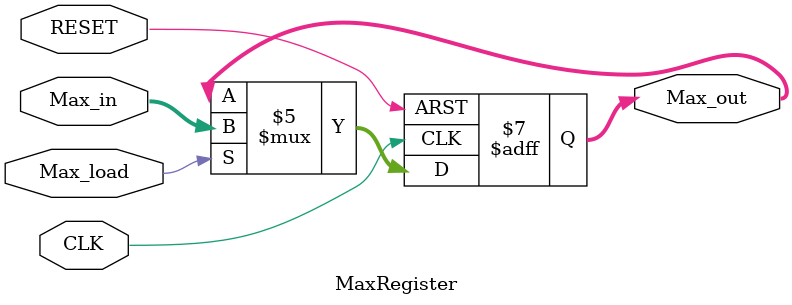
<source format=v>
`timescale 1ns / 1ps
module MaxRegister(
	input [7:0] Max_in,
   input CLK,
   input RESET,
   input Max_load,
   output reg [7:0] Max_out
    );
	always @(posedge CLK or negedge RESET) begin
		if(RESET == 0)
			Max_out = 0;
		else if(Max_load == 1)
			Max_out = Max_in;
	 end

endmodule

</source>
